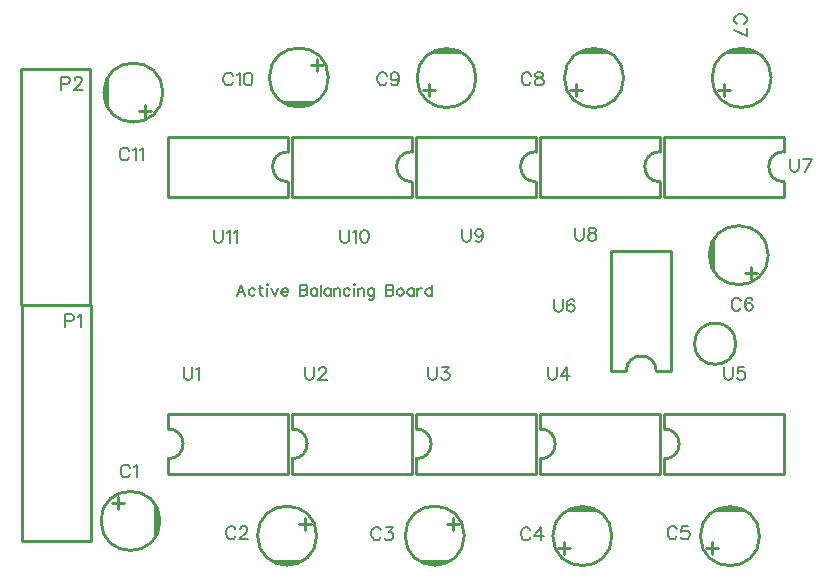
<source format=gto>
G04 Layer: TopSilkLayer*
G04 EasyEDA v6.4.25, 2021-10-09T05:44:53+02:00*
G04 3c18a9597c8044bdbc100f5c1c0a61b4,11806c6667b54f078b534f3636c84428,10*
G04 Gerber Generator version 0.2*
G04 Scale: 100 percent, Rotated: No, Reflected: No *
G04 Dimensions in millimeters *
G04 leading zeros omitted , absolute positions ,4 integer and 5 decimal *
%FSLAX45Y45*%
%MOMM*%

%ADD10C,0.2540*%
%ADD21C,0.2032*%
%ADD23C,0.1778*%

%LPD*%
D21*
X2111247Y2675889D02*
G01*
X2074925Y2580386D01*
X2111247Y2675889D02*
G01*
X2147824Y2580386D01*
X2088641Y2612389D02*
G01*
X2134108Y2612389D01*
X2232152Y2630423D02*
G01*
X2223261Y2639568D01*
X2214118Y2644139D01*
X2200402Y2644139D01*
X2191258Y2639568D01*
X2182368Y2630423D01*
X2177795Y2616707D01*
X2177795Y2607818D01*
X2182368Y2594102D01*
X2191258Y2584957D01*
X2200402Y2580386D01*
X2214118Y2580386D01*
X2223261Y2584957D01*
X2232152Y2594102D01*
X2275840Y2675889D02*
G01*
X2275840Y2598673D01*
X2280411Y2584957D01*
X2289556Y2580386D01*
X2298700Y2580386D01*
X2262377Y2644139D02*
G01*
X2294127Y2644139D01*
X2328672Y2675889D02*
G01*
X2333243Y2671318D01*
X2337815Y2675889D01*
X2333243Y2680462D01*
X2328672Y2675889D01*
X2333243Y2644139D02*
G01*
X2333243Y2580386D01*
X2367788Y2644139D02*
G01*
X2394965Y2580386D01*
X2422143Y2644139D02*
G01*
X2394965Y2580386D01*
X2452370Y2616707D02*
G01*
X2506725Y2616707D01*
X2506725Y2625852D01*
X2502154Y2634995D01*
X2497836Y2639568D01*
X2488691Y2644139D01*
X2474975Y2644139D01*
X2465831Y2639568D01*
X2456688Y2630423D01*
X2452370Y2616707D01*
X2452370Y2607818D01*
X2456688Y2594102D01*
X2465831Y2584957D01*
X2474975Y2580386D01*
X2488691Y2580386D01*
X2497836Y2584957D01*
X2506725Y2594102D01*
X2606802Y2675889D02*
G01*
X2606802Y2580386D01*
X2606802Y2675889D02*
G01*
X2647695Y2675889D01*
X2661411Y2671318D01*
X2665984Y2666745D01*
X2670556Y2657602D01*
X2670556Y2648712D01*
X2665984Y2639568D01*
X2661411Y2634995D01*
X2647695Y2630423D01*
X2606802Y2630423D02*
G01*
X2647695Y2630423D01*
X2661411Y2625852D01*
X2665984Y2621279D01*
X2670556Y2612389D01*
X2670556Y2598673D01*
X2665984Y2589529D01*
X2661411Y2584957D01*
X2647695Y2580386D01*
X2606802Y2580386D01*
X2754884Y2644139D02*
G01*
X2754884Y2580386D01*
X2754884Y2630423D02*
G01*
X2745993Y2639568D01*
X2736850Y2644139D01*
X2723134Y2644139D01*
X2713990Y2639568D01*
X2705100Y2630423D01*
X2700527Y2616707D01*
X2700527Y2607818D01*
X2705100Y2594102D01*
X2713990Y2584957D01*
X2723134Y2580386D01*
X2736850Y2580386D01*
X2745993Y2584957D01*
X2754884Y2594102D01*
X2785109Y2675889D02*
G01*
X2785109Y2580386D01*
X2869438Y2644139D02*
G01*
X2869438Y2580386D01*
X2869438Y2630423D02*
G01*
X2860547Y2639568D01*
X2851404Y2644139D01*
X2837688Y2644139D01*
X2828543Y2639568D01*
X2819654Y2630423D01*
X2815081Y2616707D01*
X2815081Y2607818D01*
X2819654Y2594102D01*
X2828543Y2584957D01*
X2837688Y2580386D01*
X2851404Y2580386D01*
X2860547Y2584957D01*
X2869438Y2594102D01*
X2899663Y2644139D02*
G01*
X2899663Y2580386D01*
X2899663Y2625852D02*
G01*
X2913125Y2639568D01*
X2922270Y2644139D01*
X2935986Y2644139D01*
X2944875Y2639568D01*
X2949447Y2625852D01*
X2949447Y2580386D01*
X3034029Y2630423D02*
G01*
X3024886Y2639568D01*
X3015995Y2644139D01*
X3002279Y2644139D01*
X2993136Y2639568D01*
X2983991Y2630423D01*
X2979420Y2616707D01*
X2979420Y2607818D01*
X2983991Y2594102D01*
X2993136Y2584957D01*
X3002279Y2580386D01*
X3015995Y2580386D01*
X3024886Y2584957D01*
X3034029Y2594102D01*
X3064002Y2675889D02*
G01*
X3068574Y2671318D01*
X3073145Y2675889D01*
X3068574Y2680462D01*
X3064002Y2675889D01*
X3068574Y2644139D02*
G01*
X3068574Y2580386D01*
X3103118Y2644139D02*
G01*
X3103118Y2580386D01*
X3103118Y2625852D02*
G01*
X3116834Y2639568D01*
X3125977Y2644139D01*
X3139440Y2644139D01*
X3148584Y2639568D01*
X3153156Y2625852D01*
X3153156Y2580386D01*
X3237738Y2644139D02*
G01*
X3237738Y2571242D01*
X3233165Y2557779D01*
X3228593Y2553207D01*
X3219450Y2548636D01*
X3205988Y2548636D01*
X3196843Y2553207D01*
X3237738Y2630423D02*
G01*
X3228593Y2639568D01*
X3219450Y2644139D01*
X3205988Y2644139D01*
X3196843Y2639568D01*
X3187700Y2630423D01*
X3183127Y2616707D01*
X3183127Y2607818D01*
X3187700Y2594102D01*
X3196843Y2584957D01*
X3205988Y2580386D01*
X3219450Y2580386D01*
X3228593Y2584957D01*
X3237738Y2594102D01*
X3337813Y2675889D02*
G01*
X3337813Y2580386D01*
X3337813Y2675889D02*
G01*
X3378708Y2675889D01*
X3392170Y2671318D01*
X3396741Y2666745D01*
X3401313Y2657602D01*
X3401313Y2648712D01*
X3396741Y2639568D01*
X3392170Y2634995D01*
X3378708Y2630423D01*
X3337813Y2630423D02*
G01*
X3378708Y2630423D01*
X3392170Y2625852D01*
X3396741Y2621279D01*
X3401313Y2612389D01*
X3401313Y2598673D01*
X3396741Y2589529D01*
X3392170Y2584957D01*
X3378708Y2580386D01*
X3337813Y2580386D01*
X3454145Y2644139D02*
G01*
X3445002Y2639568D01*
X3435858Y2630423D01*
X3431286Y2616707D01*
X3431286Y2607818D01*
X3435858Y2594102D01*
X3445002Y2584957D01*
X3454145Y2580386D01*
X3467608Y2580386D01*
X3476752Y2584957D01*
X3485895Y2594102D01*
X3490468Y2607818D01*
X3490468Y2616707D01*
X3485895Y2630423D01*
X3476752Y2639568D01*
X3467608Y2644139D01*
X3454145Y2644139D01*
X3575050Y2644139D02*
G01*
X3575050Y2580386D01*
X3575050Y2630423D02*
G01*
X3565906Y2639568D01*
X3556761Y2644139D01*
X3543300Y2644139D01*
X3534156Y2639568D01*
X3525011Y2630423D01*
X3520440Y2616707D01*
X3520440Y2607818D01*
X3525011Y2594102D01*
X3534156Y2584957D01*
X3543300Y2580386D01*
X3556761Y2580386D01*
X3565906Y2584957D01*
X3575050Y2594102D01*
X3605022Y2644139D02*
G01*
X3605022Y2580386D01*
X3605022Y2616707D02*
G01*
X3609593Y2630423D01*
X3618738Y2639568D01*
X3627627Y2644139D01*
X3641343Y2644139D01*
X3725925Y2675889D02*
G01*
X3725925Y2580386D01*
X3725925Y2630423D02*
G01*
X3716781Y2639568D01*
X3707638Y2644139D01*
X3694175Y2644139D01*
X3685031Y2639568D01*
X3675888Y2630423D01*
X3671315Y2616707D01*
X3671315Y2607818D01*
X3675888Y2594102D01*
X3685031Y2584957D01*
X3694175Y2580386D01*
X3707638Y2580386D01*
X3716781Y2584957D01*
X3725925Y2594102D01*
D23*
X624331Y2424176D02*
G01*
X624331Y2315210D01*
X624331Y2424176D02*
G01*
X671321Y2424176D01*
X687070Y2419857D01*
X691642Y2414015D01*
X697229Y2403094D01*
X697229Y2388107D01*
X691642Y2377694D01*
X687070Y2371852D01*
X671321Y2367026D01*
X624331Y2367026D01*
X731520Y2403094D02*
G01*
X741679Y2407920D01*
X757681Y2424176D01*
X757681Y2315210D01*
X589534Y4434331D02*
G01*
X589534Y4325365D01*
X589534Y4434331D02*
G01*
X636778Y4434331D01*
X652018Y4428997D01*
X657352Y4423155D01*
X662686Y4413250D01*
X662686Y4397755D01*
X657352Y4387850D01*
X652018Y4382515D01*
X636778Y4377181D01*
X589534Y4377181D01*
X702310Y4408931D02*
G01*
X702310Y4413250D01*
X707644Y4423155D01*
X712978Y4428997D01*
X722884Y4434331D01*
X744220Y4434331D01*
X753618Y4428997D01*
X759460Y4423155D01*
X764794Y4413250D01*
X764794Y4403597D01*
X759460Y4393184D01*
X748284Y4377181D01*
X696468Y4325365D01*
X770128Y4325365D01*
X1625854Y1977389D02*
G01*
X1625854Y1899412D01*
X1631188Y1883663D01*
X1641602Y1873250D01*
X1657604Y1867915D01*
X1668018Y1867915D01*
X1683004Y1873250D01*
X1693418Y1883663D01*
X1698752Y1899412D01*
X1698752Y1977389D01*
X1732788Y1956562D02*
G01*
X1743202Y1961642D01*
X1759204Y1977389D01*
X1759204Y1867915D01*
X2656840Y1977136D02*
G01*
X2656840Y1899412D01*
X2662174Y1884171D01*
X2672588Y1873250D01*
X2688590Y1868170D01*
X2699258Y1868170D01*
X2713990Y1873250D01*
X2724658Y1884171D01*
X2729738Y1899412D01*
X2729738Y1977136D01*
X2770124Y1951228D02*
G01*
X2770124Y1956562D01*
X2774441Y1966976D01*
X2779775Y1972055D01*
X2790190Y1977136D01*
X2810763Y1977136D01*
X2821940Y1972055D01*
X2827274Y1966976D01*
X2831591Y1956562D01*
X2831591Y1946147D01*
X2827274Y1935734D01*
X2815590Y1919986D01*
X2764790Y1868170D01*
X2836925Y1868170D01*
X3697477Y1977136D02*
G01*
X3697477Y1899412D01*
X3703065Y1883663D01*
X3712972Y1873250D01*
X3728720Y1868170D01*
X3739388Y1868170D01*
X3754627Y1873250D01*
X3765804Y1883663D01*
X3770122Y1899412D01*
X3770122Y1977136D01*
X3815588Y1977136D02*
G01*
X3872738Y1977136D01*
X3840988Y1935479D01*
X3856227Y1935479D01*
X3867404Y1930400D01*
X3872738Y1925320D01*
X3877309Y1909571D01*
X3877309Y1899412D01*
X3872738Y1883663D01*
X3861815Y1873250D01*
X3846322Y1868170D01*
X3830827Y1868170D01*
X3815588Y1873250D01*
X3810254Y1878329D01*
X3804665Y1888744D01*
X4710684Y1976881D02*
G01*
X4710684Y1899157D01*
X4716018Y1883663D01*
X4726431Y1873250D01*
X4742434Y1867915D01*
X4752086Y1867915D01*
X4767834Y1873250D01*
X4778502Y1883663D01*
X4783581Y1899157D01*
X4783581Y1976881D01*
X4869434Y1976881D02*
G01*
X4817618Y1904492D01*
X4895850Y1904492D01*
X4869434Y1976881D02*
G01*
X4869434Y1867915D01*
X1170686Y1124965D02*
G01*
X1165352Y1135126D01*
X1155192Y1146047D01*
X1144523Y1151128D01*
X1123442Y1151128D01*
X1113536Y1146047D01*
X1103121Y1135126D01*
X1098042Y1124965D01*
X1092707Y1109471D01*
X1092707Y1083310D01*
X1098042Y1067815D01*
X1103121Y1057655D01*
X1113536Y1047242D01*
X1123442Y1042415D01*
X1144523Y1042415D01*
X1155192Y1047242D01*
X1165352Y1057655D01*
X1170686Y1067815D01*
X1204722Y1130807D02*
G01*
X1215390Y1135126D01*
X1230629Y1151128D01*
X1230629Y1042415D01*
X2063750Y602742D02*
G01*
X2057908Y612647D01*
X2048002Y623315D01*
X2037588Y628142D01*
X2016506Y628142D01*
X2006600Y623315D01*
X1995424Y612647D01*
X1990852Y602742D01*
X1985518Y586231D01*
X1985518Y560831D01*
X1990852Y545592D01*
X1995424Y534415D01*
X2006600Y523747D01*
X2016506Y519176D01*
X2037588Y519176D01*
X2048002Y523747D01*
X2057908Y534415D01*
X2063750Y545592D01*
X2102865Y602742D02*
G01*
X2102865Y608076D01*
X2108200Y617981D01*
X2113534Y623315D01*
X2123186Y628142D01*
X2144522Y628142D01*
X2154174Y623315D01*
X2160015Y617981D01*
X2165350Y608076D01*
X2165350Y597407D01*
X2160015Y586231D01*
X2149602Y570992D01*
X2097024Y519176D01*
X2170684Y519176D01*
X3293618Y593597D02*
G01*
X3288284Y604520D01*
X3277870Y614426D01*
X3267963Y620013D01*
X3246881Y620013D01*
X3236468Y614426D01*
X3226054Y604520D01*
X3220720Y593597D01*
X3215640Y578357D01*
X3215640Y551942D01*
X3220720Y536447D01*
X3226054Y526542D01*
X3236468Y515620D01*
X3246881Y511047D01*
X3267963Y511047D01*
X3277870Y515620D01*
X3288284Y526542D01*
X3293618Y536447D01*
X3338322Y620013D02*
G01*
X3395472Y620013D01*
X3364229Y578357D01*
X3379724Y578357D01*
X3390138Y572770D01*
X3395472Y568197D01*
X3400552Y551942D01*
X3400552Y542036D01*
X3395472Y526542D01*
X3385058Y515620D01*
X3369563Y511047D01*
X3353308Y511047D01*
X3338322Y515620D01*
X3332988Y521207D01*
X3327908Y531876D01*
X4561331Y593344D02*
G01*
X4555490Y603250D01*
X4544822Y614171D01*
X4535424Y618744D01*
X4514088Y618744D01*
X4504181Y614171D01*
X4493006Y603250D01*
X4487672Y593344D01*
X4482591Y577850D01*
X4482591Y551942D01*
X4487672Y536194D01*
X4493006Y525271D01*
X4504181Y515365D01*
X4514088Y509778D01*
X4535424Y509778D01*
X4544822Y515365D01*
X4555490Y525271D01*
X4561331Y536194D01*
X4646929Y618744D02*
G01*
X4595368Y546100D01*
X4673091Y546100D01*
X4646929Y618744D02*
G01*
X4646929Y509778D01*
X4761738Y2551937D02*
G01*
X4761738Y2473452D01*
X4767325Y2458720D01*
X4777993Y2448052D01*
X4793488Y2442210D01*
X4803647Y2442210D01*
X4818888Y2448052D01*
X4829047Y2458720D01*
X4835143Y2473452D01*
X4835143Y2551937D01*
X4931409Y2535936D02*
G01*
X4926075Y2546604D01*
X4910836Y2551937D01*
X4900675Y2551937D01*
X4885436Y2546604D01*
X4874259Y2530602D01*
X4868925Y2505202D01*
X4868925Y2478786D01*
X4874259Y2458720D01*
X4885436Y2448052D01*
X4900675Y2442210D01*
X4905247Y2442210D01*
X4920488Y2448052D01*
X4931409Y2458720D01*
X4936743Y2473452D01*
X4936743Y2478786D01*
X4931409Y2494787D01*
X4920488Y2505202D01*
X4905247Y2510536D01*
X4900675Y2510536D01*
X4885436Y2505202D01*
X4874259Y2494787D01*
X4868925Y2478786D01*
X6761479Y3737355D02*
G01*
X6761479Y3659631D01*
X6766813Y3644392D01*
X6777481Y3633215D01*
X6793229Y3628644D01*
X6803897Y3628644D01*
X6818629Y3633215D01*
X6829297Y3644392D01*
X6834631Y3659631D01*
X6834631Y3737355D01*
X6941565Y3737355D02*
G01*
X6889750Y3628644D01*
X6868413Y3737355D02*
G01*
X6941565Y3737355D01*
X4940808Y3155695D02*
G01*
X4940808Y3077463D01*
X4945888Y3061970D01*
X4957063Y3051555D01*
X4972558Y3046729D01*
X4982463Y3046729D01*
X4997958Y3051555D01*
X5008879Y3061970D01*
X5014213Y3077463D01*
X5014213Y3155695D01*
X5074158Y3155695D02*
G01*
X5058663Y3150870D01*
X5053329Y3139947D01*
X5053329Y3129787D01*
X5058663Y3119120D01*
X5068824Y3114294D01*
X5089906Y3108705D01*
X5104638Y3103879D01*
X5115813Y3093720D01*
X5120640Y3082797D01*
X5120640Y3067812D01*
X5115813Y3057144D01*
X5110479Y3051555D01*
X5095240Y3046729D01*
X5074158Y3046729D01*
X5058663Y3051555D01*
X5053329Y3057144D01*
X5047488Y3067812D01*
X5047488Y3082797D01*
X5053329Y3093720D01*
X5063490Y3103879D01*
X5079238Y3108705D01*
X5099558Y3114294D01*
X5110479Y3119120D01*
X5115813Y3129787D01*
X5115813Y3139947D01*
X5110479Y3150870D01*
X5095240Y3155695D01*
X5074158Y3155695D01*
X3985006Y3146805D02*
G01*
X3985006Y3069336D01*
X3990340Y3053842D01*
X4000500Y3043936D01*
X4016247Y3038094D01*
X4025900Y3038094D01*
X4042156Y3043936D01*
X4052315Y3053842D01*
X4057650Y3069336D01*
X4057650Y3146805D01*
X4159250Y3110992D02*
G01*
X4154424Y3095244D01*
X4143756Y3085337D01*
X4128515Y3079495D01*
X4122674Y3079495D01*
X4107688Y3085337D01*
X4097274Y3095244D01*
X4091940Y3110992D01*
X4091940Y3116071D01*
X4097274Y3132073D01*
X4107688Y3142487D01*
X4122674Y3146805D01*
X4128515Y3146805D01*
X4143756Y3142487D01*
X4154424Y3132073D01*
X4159250Y3110992D01*
X4159250Y3085337D01*
X4154424Y3058921D01*
X4143756Y3043936D01*
X4128515Y3038094D01*
X4117847Y3038094D01*
X4102100Y3043936D01*
X4097274Y3053842D01*
X2953258Y3137662D02*
G01*
X2953258Y3059937D01*
X2958338Y3044444D01*
X2969513Y3034029D01*
X2985008Y3028442D01*
X2995929Y3028442D01*
X3010408Y3034029D01*
X3021329Y3044444D01*
X3026663Y3059937D01*
X3026663Y3137662D01*
X3059938Y3117087D02*
G01*
X3071113Y3122421D01*
X3086608Y3137662D01*
X3086608Y3028442D01*
X3151631Y3137662D02*
G01*
X3136138Y3132836D01*
X3125724Y3117087D01*
X3120897Y3091179D01*
X3120897Y3075686D01*
X3125724Y3049778D01*
X3136138Y3034029D01*
X3151631Y3028442D01*
X3162808Y3028442D01*
X3178047Y3034029D01*
X3188208Y3049778D01*
X3193288Y3075686D01*
X3193288Y3091179D01*
X3188208Y3117087D01*
X3178047Y3132836D01*
X3162808Y3137662D01*
X3151631Y3137662D01*
X1884679Y3136645D02*
G01*
X1884679Y3058160D01*
X1890013Y3043173D01*
X1900681Y3032252D01*
X1916429Y3027171D01*
X1927097Y3027171D01*
X1941829Y3032252D01*
X1952497Y3043173D01*
X1957831Y3058160D01*
X1957831Y3136645D01*
X1991613Y3115310D02*
G01*
X2002281Y3121152D01*
X2018029Y3136645D01*
X2018029Y3027171D01*
X2052574Y3115310D02*
G01*
X2062479Y3121152D01*
X2078481Y3136645D01*
X2078481Y3027171D01*
X6202172Y1976881D02*
G01*
X6202172Y1899157D01*
X6207506Y1883410D01*
X6218174Y1872742D01*
X6233922Y1867662D01*
X6244590Y1867662D01*
X6259322Y1872742D01*
X6269990Y1883410D01*
X6275324Y1899157D01*
X6275324Y1976881D01*
X6372606Y1976881D02*
G01*
X6319774Y1976881D01*
X6315456Y1929892D01*
X6319774Y1935479D01*
X6335522Y1940560D01*
X6351524Y1940560D01*
X6366256Y1935479D01*
X6376924Y1924812D01*
X6382258Y1909571D01*
X6382258Y1899157D01*
X6376924Y1883410D01*
X6366256Y1872742D01*
X6351524Y1867662D01*
X6335522Y1867662D01*
X6319774Y1872742D01*
X6315456Y1878329D01*
X6309106Y1888489D01*
X5801106Y603250D02*
G01*
X5795772Y613155D01*
X5784850Y624078D01*
X5775452Y628650D01*
X5754115Y628650D01*
X5743956Y624078D01*
X5733034Y613155D01*
X5727700Y603250D01*
X5723381Y586739D01*
X5723381Y561339D01*
X5727700Y546100D01*
X5733034Y535939D01*
X5743956Y525018D01*
X5754115Y519684D01*
X5775452Y519684D01*
X5784850Y525018D01*
X5795772Y535939D01*
X5801106Y546100D01*
X5897372Y628650D02*
G01*
X5845556Y628650D01*
X5840222Y582168D01*
X5845556Y586739D01*
X5861050Y593089D01*
X5877052Y593089D01*
X5892038Y586739D01*
X5902706Y576834D01*
X5908802Y561339D01*
X5908802Y551434D01*
X5902706Y535939D01*
X5892038Y525018D01*
X5877052Y519684D01*
X5861050Y519684D01*
X5845556Y525018D01*
X5840222Y529589D01*
X5834888Y540512D01*
X6344158Y2537460D02*
G01*
X6338824Y2547873D01*
X6328409Y2558034D01*
X6318758Y2563368D01*
X6296913Y2563368D01*
X6287008Y2558034D01*
X6276340Y2547873D01*
X6271259Y2537460D01*
X6266179Y2521965D01*
X6266179Y2496057D01*
X6271259Y2480310D01*
X6276340Y2469642D01*
X6287008Y2459481D01*
X6296913Y2454402D01*
X6318758Y2454402D01*
X6328409Y2459481D01*
X6338824Y2469642D01*
X6344158Y2480310D01*
X6440424Y2547873D02*
G01*
X6435090Y2558034D01*
X6420358Y2563368D01*
X6409690Y2563368D01*
X6393941Y2558034D01*
X6383274Y2542539D01*
X6377940Y2516631D01*
X6377940Y2490723D01*
X6383274Y2469642D01*
X6393941Y2459481D01*
X6409690Y2454402D01*
X6414008Y2454402D01*
X6430263Y2459481D01*
X6440424Y2469642D01*
X6445758Y2485389D01*
X6445758Y2490723D01*
X6440424Y2506218D01*
X6430263Y2516631D01*
X6414008Y2521965D01*
X6409690Y2521965D01*
X6393941Y2516631D01*
X6383274Y2506218D01*
X6377940Y2490723D01*
X6368795Y4885436D02*
G01*
X6379718Y4890770D01*
X6389877Y4901437D01*
X6395211Y4910836D01*
X6395211Y4932171D01*
X6389877Y4942586D01*
X6379718Y4953254D01*
X6368795Y4958587D01*
X6353809Y4962905D01*
X6327902Y4962905D01*
X6311645Y4958587D01*
X6301993Y4953254D01*
X6291325Y4942586D01*
X6286245Y4932171D01*
X6286245Y4910836D01*
X6291325Y4901437D01*
X6301993Y4890770D01*
X6311645Y4885436D01*
X6395211Y4778502D02*
G01*
X6286245Y4829555D01*
X6395211Y4850637D02*
G01*
X6395211Y4778502D01*
X4564888Y4445000D02*
G01*
X4559300Y4455668D01*
X4548631Y4466336D01*
X4538979Y4471923D01*
X4517390Y4471923D01*
X4507738Y4466336D01*
X4496815Y4455668D01*
X4491481Y4445000D01*
X4487672Y4429252D01*
X4487672Y4403852D01*
X4491481Y4387850D01*
X4496815Y4377944D01*
X4507738Y4367784D01*
X4517390Y4362450D01*
X4538979Y4362450D01*
X4548631Y4367784D01*
X4559300Y4377944D01*
X4564888Y4387850D01*
X4624831Y4471923D02*
G01*
X4609338Y4466336D01*
X4603750Y4455668D01*
X4603750Y4445000D01*
X4609338Y4435094D01*
X4621022Y4429252D01*
X4640579Y4424934D01*
X4655565Y4419600D01*
X4666488Y4409186D01*
X4672329Y4398518D01*
X4672329Y4383278D01*
X4666488Y4372102D01*
X4660900Y4367784D01*
X4646422Y4362450D01*
X4624831Y4362450D01*
X4609338Y4367784D01*
X4603750Y4372102D01*
X4598415Y4383278D01*
X4598415Y4398518D01*
X4603750Y4409186D01*
X4615179Y4419600D01*
X4630165Y4424934D01*
X4650740Y4429252D01*
X4660900Y4435094D01*
X4666488Y4445000D01*
X4666488Y4455668D01*
X4660900Y4466336D01*
X4646422Y4471923D01*
X4624831Y4471923D01*
X3343656Y4445507D02*
G01*
X3338068Y4456176D01*
X3327400Y4467097D01*
X3317240Y4471415D01*
X3296665Y4471415D01*
X3286506Y4467097D01*
X3275584Y4456176D01*
X3270250Y4445507D01*
X3264915Y4429760D01*
X3264915Y4404105D01*
X3270250Y4388357D01*
X3275584Y4378705D01*
X3286506Y4367276D01*
X3296665Y4362450D01*
X3317240Y4362450D01*
X3327400Y4367276D01*
X3338068Y4378705D01*
X3343656Y4388357D01*
X3445256Y4435855D02*
G01*
X3439668Y4419600D01*
X3429000Y4409947D01*
X3414268Y4404105D01*
X3408934Y4404105D01*
X3392931Y4409947D01*
X3382518Y4419600D01*
X3377184Y4435855D01*
X3377184Y4440173D01*
X3382518Y4456176D01*
X3392931Y4467097D01*
X3408934Y4471415D01*
X3414268Y4471415D01*
X3429000Y4467097D01*
X3439668Y4456176D01*
X3445256Y4435855D01*
X3445256Y4409947D01*
X3439668Y4383023D01*
X3429000Y4367276D01*
X3414268Y4362450D01*
X3403600Y4362450D01*
X3388106Y4367276D01*
X3382518Y4378705D01*
X2039874Y4443476D02*
G01*
X2034540Y4454144D01*
X2023872Y4464557D01*
X2014220Y4469892D01*
X1992629Y4469892D01*
X1982724Y4464557D01*
X1971802Y4454144D01*
X1966722Y4443476D01*
X1962404Y4428236D01*
X1962404Y4402328D01*
X1966722Y4386326D01*
X1971802Y4376928D01*
X1982724Y4365752D01*
X1992629Y4360926D01*
X2014220Y4360926D01*
X2023872Y4365752D01*
X2034540Y4376928D01*
X2039874Y4386326D01*
X2074163Y4449318D02*
G01*
X2084324Y4454144D01*
X2100072Y4469892D01*
X2100072Y4360926D01*
X2165604Y4469892D02*
G01*
X2149602Y4464557D01*
X2140204Y4449318D01*
X2134870Y4422902D01*
X2134870Y4407407D01*
X2140204Y4380992D01*
X2149602Y4365752D01*
X2165604Y4360926D01*
X2175763Y4360926D01*
X2192020Y4365752D01*
X2201672Y4380992D01*
X2206752Y4407407D01*
X2206752Y4422902D01*
X2201672Y4449318D01*
X2192020Y4464557D01*
X2175763Y4469892D01*
X2165604Y4469892D01*
X1162304Y3809492D02*
G01*
X1156462Y3820160D01*
X1145794Y3830573D01*
X1136904Y3835400D01*
X1115821Y3835400D01*
X1105154Y3830573D01*
X1095247Y3820160D01*
X1088897Y3809492D01*
X1084579Y3794252D01*
X1084579Y3768344D01*
X1088897Y3752342D01*
X1095247Y3741928D01*
X1105154Y3731768D01*
X1115821Y3726434D01*
X1136904Y3726434D01*
X1145794Y3731768D01*
X1156462Y3741928D01*
X1162304Y3752342D01*
X1196340Y3814826D02*
G01*
X1206754Y3820160D01*
X1221740Y3835400D01*
X1221740Y3726434D01*
X1256538Y3814826D02*
G01*
X1266190Y3820160D01*
X1282954Y3835400D01*
X1282954Y3726434D01*
G36*
X1378204Y827024D02*
G01*
X1378204Y547624D01*
X1403604Y573024D01*
X1429004Y623824D01*
X1429004Y725424D01*
G37*
G36*
X2374138Y346710D02*
G01*
X2399538Y321310D01*
X2450338Y295910D01*
X2551938Y295910D01*
X2653538Y346710D01*
G37*
G36*
X3624072Y346710D02*
G01*
X3649472Y321310D01*
X3700272Y295910D01*
X3801872Y295910D01*
X3903472Y346710D01*
G37*
G36*
X4950206Y800100D02*
G01*
X4848606Y749300D01*
X5128006Y749300D01*
X5102606Y774700D01*
X5051806Y800100D01*
G37*
G36*
X6200140Y799592D02*
G01*
X6098540Y748792D01*
X6377940Y748792D01*
X6352540Y774192D01*
X6301740Y799592D01*
G37*
G36*
X6121908Y3051556D02*
G01*
X6096508Y3026156D01*
X6071108Y2975356D01*
X6071108Y2873756D01*
X6121908Y2772156D01*
G37*
G36*
X6298438Y4679188D02*
G01*
X6196838Y4628388D01*
X6476238Y4628388D01*
X6450838Y4653788D01*
X6400038Y4679188D01*
G37*
G36*
X5048758Y4678680D02*
G01*
X4947158Y4627880D01*
X5226558Y4627880D01*
X5201158Y4653280D01*
X5150358Y4678680D01*
G37*
G36*
X3800348Y4678172D02*
G01*
X3698748Y4627372D01*
X3978148Y4627372D01*
X3952748Y4652772D01*
X3901948Y4678172D01*
G37*
G36*
X2473706Y4225544D02*
G01*
X2499106Y4200144D01*
X2549906Y4174744D01*
X2651506Y4174744D01*
X2753106Y4225544D01*
G37*
G36*
X996187Y4427982D02*
G01*
X970787Y4402582D01*
X945387Y4351782D01*
X945387Y4250182D01*
X996187Y4148582D01*
G37*
D10*
X836929Y2503170D02*
G01*
X256920Y2503170D01*
X836929Y2503170D02*
G01*
X836929Y503605D01*
X835405Y503936D02*
G01*
X256286Y503936D01*
X256286Y2502915D02*
G01*
X256286Y503351D01*
X831595Y4503165D02*
G01*
X251587Y4503165D01*
X831595Y4503165D02*
G01*
X831595Y2503601D01*
X830071Y2503931D02*
G01*
X250952Y2503931D01*
X250952Y4502912D02*
G01*
X250952Y2503347D01*
X2509774Y1073150D02*
G01*
X2509774Y1581150D01*
X2509774Y1581150D02*
G01*
X1493774Y1581150D01*
X2509774Y1073150D02*
G01*
X1493774Y1073150D01*
X1493774Y1073150D02*
G01*
X1493774Y1200150D01*
X1493774Y1454150D02*
G01*
X1493774Y1581150D01*
X3559556Y1073150D02*
G01*
X3559556Y1581150D01*
X3559556Y1581150D02*
G01*
X2543556Y1581150D01*
X3559556Y1073150D02*
G01*
X2543556Y1073150D01*
X2543556Y1073150D02*
G01*
X2543556Y1200150D01*
X2543556Y1454150D02*
G01*
X2543556Y1581150D01*
X4609591Y1073150D02*
G01*
X4609591Y1581150D01*
X4609591Y1581150D02*
G01*
X3593591Y1581150D01*
X4609591Y1073150D02*
G01*
X3593591Y1073150D01*
X3593591Y1073150D02*
G01*
X3593591Y1200150D01*
X3593591Y1454150D02*
G01*
X3593591Y1581150D01*
X5660390Y1072642D02*
G01*
X5660390Y1580642D01*
X5660390Y1580642D02*
G01*
X4644390Y1580642D01*
X5660390Y1072642D02*
G01*
X4644390Y1072642D01*
X4644390Y1072642D02*
G01*
X4644390Y1199642D01*
X4644390Y1453642D02*
G01*
X4644390Y1580642D01*
X1022604Y827023D02*
G01*
X1124204Y827023D01*
X1073404Y877823D02*
G01*
X1073404Y776223D01*
X2653538Y702310D02*
G01*
X2653538Y600710D01*
X2704338Y651510D02*
G01*
X2602738Y651510D01*
X3903472Y702310D02*
G01*
X3903472Y600710D01*
X3954272Y651510D02*
G01*
X3852672Y651510D01*
X4848606Y393700D02*
G01*
X4848606Y495300D01*
X4797806Y444500D02*
G01*
X4899406Y444500D01*
X5753608Y2959862D02*
G01*
X5245608Y2959862D01*
X5245608Y2959862D02*
G01*
X5245608Y1943862D01*
X5753608Y2959862D02*
G01*
X5753608Y1943862D01*
X5753608Y1943862D02*
G01*
X5626608Y1943862D01*
X5372608Y1943862D02*
G01*
X5245608Y1943862D01*
X5690108Y3927094D02*
G01*
X5690108Y3419094D01*
X5690108Y3419094D02*
G01*
X6706108Y3419094D01*
X5690108Y3927094D02*
G01*
X6706108Y3927094D01*
X6706108Y3927094D02*
G01*
X6706108Y3800094D01*
X6706108Y3546094D02*
G01*
X6706108Y3419094D01*
X4640072Y3927094D02*
G01*
X4640072Y3419094D01*
X4640072Y3419094D02*
G01*
X5656072Y3419094D01*
X4640072Y3927094D02*
G01*
X5656072Y3927094D01*
X5656072Y3927094D02*
G01*
X5656072Y3800094D01*
X5656072Y3546094D02*
G01*
X5656072Y3419094D01*
X3589274Y3927094D02*
G01*
X3589274Y3419094D01*
X3589274Y3419094D02*
G01*
X4605274Y3419094D01*
X3589274Y3927094D02*
G01*
X4605274Y3927094D01*
X4605274Y3927094D02*
G01*
X4605274Y3800094D01*
X4605274Y3546094D02*
G01*
X4605274Y3419094D01*
X2539238Y3927094D02*
G01*
X2539238Y3419094D01*
X2539238Y3419094D02*
G01*
X3555238Y3419094D01*
X2539238Y3927094D02*
G01*
X3555238Y3927094D01*
X3555238Y3927094D02*
G01*
X3555238Y3800094D01*
X3555238Y3546094D02*
G01*
X3555238Y3419094D01*
X1489456Y3926586D02*
G01*
X1489456Y3418586D01*
X1489456Y3418586D02*
G01*
X2505456Y3418586D01*
X1489456Y3926586D02*
G01*
X2505456Y3926586D01*
X2505456Y3926586D02*
G01*
X2505456Y3799586D01*
X2505456Y3545586D02*
G01*
X2505456Y3418586D01*
X6710172Y1072642D02*
G01*
X6710172Y1580642D01*
X6710172Y1580642D02*
G01*
X5694172Y1580642D01*
X6710172Y1072642D02*
G01*
X5694172Y1072642D01*
X5694172Y1072642D02*
G01*
X5694172Y1199642D01*
X5694172Y1453642D02*
G01*
X5694172Y1580642D01*
X6098540Y393192D02*
G01*
X6098540Y494792D01*
X6047740Y443992D02*
G01*
X6149340Y443992D01*
X6477508Y2772155D02*
G01*
X6375908Y2772155D01*
X6426708Y2721355D02*
G01*
X6426708Y2822955D01*
X6196838Y4272787D02*
G01*
X6196838Y4374387D01*
X6146038Y4323587D02*
G01*
X6247638Y4323587D01*
X4947158Y4272279D02*
G01*
X4947158Y4373879D01*
X4896358Y4323079D02*
G01*
X4997958Y4323079D01*
X3698747Y4271771D02*
G01*
X3698747Y4373371D01*
X3647947Y4322571D02*
G01*
X3749547Y4322571D01*
X2753106Y4581144D02*
G01*
X2753106Y4479544D01*
X2803906Y4530344D02*
G01*
X2702306Y4530344D01*
X1351788Y4148581D02*
G01*
X1250188Y4148581D01*
X1300988Y4097781D02*
G01*
X1300988Y4199381D01*
G75*
G01*
X1493774Y1454150D02*
G02*
X1493774Y1200150I0J-127000D01*
G75*
G01*
X2543556Y1454150D02*
G02*
X2543556Y1200150I0J-127000D01*
G75*
G01*
X3593592Y1454150D02*
G02*
X3593592Y1200150I0J-127000D01*
G75*
G01*
X4644390Y1453642D02*
G02*
X4644390Y1199642I0J-127000D01*
G75*
G01*
X5372608Y1943862D02*
G02*
X5626608Y1943862I127000J0D01*
G75*
G01*
X6706108Y3546094D02*
G02*
X6706108Y3800094I0J127000D01*
G75*
G01*
X5656072Y3546094D02*
G02*
X5656072Y3800094I0J127000D01*
G75*
G01*
X4605274Y3546094D02*
G02*
X4605274Y3800094I0J127000D01*
G75*
G01*
X3555238Y3546094D02*
G02*
X3555238Y3800094I0J127000D01*
G75*
G01*
X2505456Y3545586D02*
G02*
X2505456Y3799586I0J127000D01*
G75*
G01*
X5694172Y1453642D02*
G02*
X5694172Y1199642I0J-127000D01*
G75*
G01
X6299987Y2174977D02*
G03X6299987Y2174977I-174981J0D01*
G75*
G01
X1424940Y674624D02*
G03X1424940Y674624I-249936J0D01*
G75*
G01
X2751074Y549910D02*
G03X2751074Y549910I-249936J0D01*
G75*
G01
X4001008Y549910D02*
G03X4001008Y549910I-249936J0D01*
G75*
G01
X5250942Y546100D02*
G03X5250942Y546100I-249936J0D01*
G75*
G01
X6500876Y545592D02*
G03X6500876Y545592I-249936J0D01*
G75*
G01
X6575044Y2924556D02*
G03X6575044Y2924556I-249936J0D01*
G75*
G01
X6599174Y4425188D02*
G03X6599174Y4425188I-249936J0D01*
G75*
G01
X5349494Y4424680D02*
G03X5349494Y4424680I-249936J0D01*
G75*
G01
X4101084Y4424172D02*
G03X4101084Y4424172I-249936J0D01*
G75*
G01
X2850642Y4428744D02*
G03X2850642Y4428744I-249936J0D01*
G75*
G01
X1449324Y4300982D02*
G03X1449324Y4300982I-249936J0D01*
M02*

</source>
